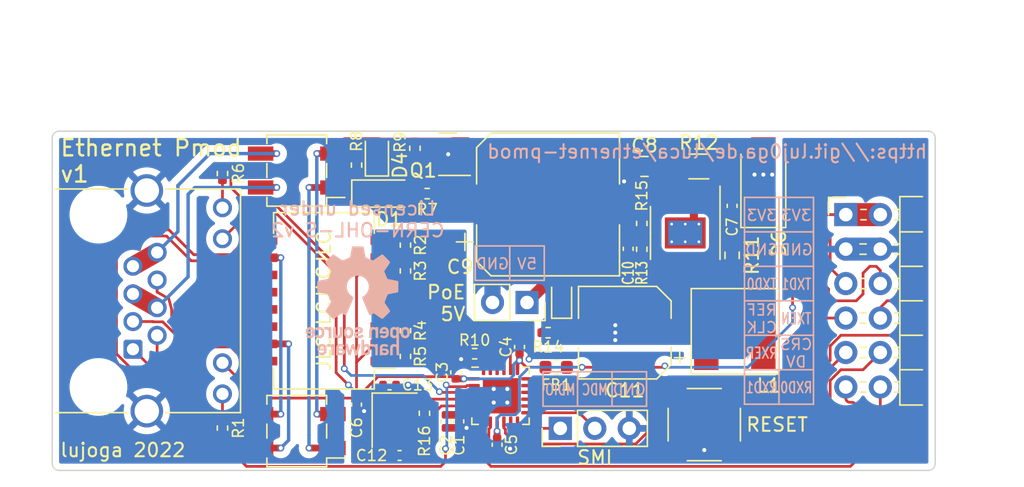
<source format=kicad_pcb>
(kicad_pcb (version 20211014) (generator pcbnew)

  (general
    (thickness 1.6)
  )

  (paper "A4")
  (layers
    (0 "F.Cu" signal)
    (31 "B.Cu" signal)
    (32 "B.Adhes" user "B.Adhesive")
    (33 "F.Adhes" user "F.Adhesive")
    (34 "B.Paste" user)
    (35 "F.Paste" user)
    (36 "B.SilkS" user "B.Silkscreen")
    (37 "F.SilkS" user "F.Silkscreen")
    (38 "B.Mask" user)
    (39 "F.Mask" user)
    (40 "Dwgs.User" user "User.Drawings")
    (41 "Cmts.User" user "User.Comments")
    (42 "Eco1.User" user "User.Eco1")
    (43 "Eco2.User" user "User.Eco2")
    (44 "Edge.Cuts" user)
    (45 "Margin" user)
    (46 "B.CrtYd" user "B.Courtyard")
    (47 "F.CrtYd" user "F.Courtyard")
    (48 "B.Fab" user)
    (49 "F.Fab" user)
    (50 "User.1" user)
    (51 "User.2" user)
    (52 "User.3" user)
    (53 "User.4" user)
    (54 "User.5" user)
    (55 "User.6" user)
    (56 "User.7" user)
    (57 "User.8" user)
    (58 "User.9" user)
  )

  (setup
    (stackup
      (layer "F.SilkS" (type "Top Silk Screen") (color "White"))
      (layer "F.Paste" (type "Top Solder Paste"))
      (layer "F.Mask" (type "Top Solder Mask") (color "Black") (thickness 0.01))
      (layer "F.Cu" (type "copper") (thickness 0.035))
      (layer "dielectric 1" (type "core") (thickness 1.51) (material "FR4") (epsilon_r 4.5) (loss_tangent 0.02))
      (layer "B.Cu" (type "copper") (thickness 0.035))
      (layer "B.Mask" (type "Bottom Solder Mask") (color "Black") (thickness 0.01))
      (layer "B.Paste" (type "Bottom Solder Paste"))
      (layer "B.SilkS" (type "Bottom Silk Screen") (color "White"))
      (copper_finish "HAL lead-free")
      (dielectric_constraints no)
    )
    (pad_to_mask_clearance 0)
    (pcbplotparams
      (layerselection 0x00010fc_ffffffff)
      (disableapertmacros false)
      (usegerberextensions true)
      (usegerberattributes false)
      (usegerberadvancedattributes false)
      (creategerberjobfile false)
      (svguseinch false)
      (svgprecision 6)
      (excludeedgelayer true)
      (plotframeref false)
      (viasonmask false)
      (mode 1)
      (useauxorigin false)
      (hpglpennumber 1)
      (hpglpenspeed 20)
      (hpglpendiameter 15.000000)
      (dxfpolygonmode true)
      (dxfimperialunits true)
      (dxfusepcbnewfont true)
      (psnegative false)
      (psa4output false)
      (plotreference true)
      (plotvalue false)
      (plotinvisibletext false)
      (sketchpadsonfab false)
      (subtractmaskfromsilk true)
      (outputformat 1)
      (mirror false)
      (drillshape 0)
      (scaleselection 1)
      (outputdirectory "gerber/")
    )
  )

  (net 0 "")
  (net 1 "+1V2")
  (net 2 "GND")
  (net 3 "VDDA")
  (net 4 "+3V3")
  (net 5 "Net-(C7-Pad1)")
  (net 6 "Net-(C7-Pad2)")
  (net 7 "VDC")
  (net 8 "GND1")
  (net 9 "+5V")
  (net 10 "Net-(C10-Pad2)")
  (net 11 "Net-(D1-Pad2)")
  (net 12 "/DC+A")
  (net 13 "Net-(D2-Pad3)")
  (net 14 "/DC-A")
  (net 15 "/DC+B")
  (net 16 "/DC-B")
  (net 17 "Net-(D4-Pad1)")
  (net 18 "Net-(D5-Pad1)")
  (net 19 "/LED2")
  (net 20 "/LED1")
  (net 21 "/RXD1")
  (net 22 "/RXER")
  (net 23 "/REFCLK")
  (net 24 "/TXD0")
  (net 25 "/RXD0")
  (net 26 "/CRS_DV")
  (net 27 "/TXEN")
  (net 28 "/TXD1")
  (net 29 "/MDIO")
  (net 30 "/MDC")
  (net 31 "/TXN")
  (net 32 "/TXP")
  (net 33 "/RXN")
  (net 34 "/RXP")
  (net 35 "Net-(R10-Pad1)")
  (net 36 "Net-(R11-Pad1)")
  (net 37 "Net-(R12-Pad2)")
  (net 38 "Net-(SW1-Pad2)")
  (net 39 "Net-(C12-Pad1)")
  (net 40 "Net-(C13-Pad1)")
  (net 41 "unconnected-(U2-Pad6)")
  (net 42 "unconnected-(U2-Pad7)")
  (net 43 "Net-(R16-Pad2)")
  (net 44 "/RX-")
  (net 45 "/RX+")
  (net 46 "/TX-")
  (net 47 "/TX+")
  (net 48 "Net-(J1-Pad9)")
  (net 49 "Net-(J1-Pad12)")

  (footprint "Capacitor_SMD:C_0402_1005Metric" (layer "F.Cu") (at 142.33 106.2))

  (footprint "Capacitor_SMD:C_0402_1005Metric" (layer "F.Cu") (at 159.9 96.17 90))

  (footprint "Resistor_SMD:R_0603_1608Metric" (layer "F.Cu") (at 167.55 96.65 90))

  (footprint "Resistor_SMD:R_0402_1005Metric" (layer "F.Cu") (at 143.5 104.1 -90))

  (footprint "Connector_PinHeader_2.54mm:PinHeader_1x03_P2.54mm_Vertical" (layer "F.Cu") (at 154.9 109.4 90))

  (footprint "Capacitor_SMD:C_0402_1005Metric" (layer "F.Cu") (at 143.07 111.4 180))

  (footprint "Package_TO_SOT_SMD:SOT-23" (layer "F.Cu") (at 146.6 89.2 180))

  (footprint "Capacitor_SMD:CP_Elec_10x10" (layer "F.Cu") (at 154 92.9))

  (footprint "Connector_PinSocket_2.54mm:PinSocket_1x02_P2.54mm_Vertical" (layer "F.Cu") (at 152.45 100.125 -90))

  (footprint "Capacitor_SMD:C_0402_1005Metric" (layer "F.Cu") (at 147.2 105.27 90))

  (footprint "Capacitor_SMD:CP_Elec_6.3x7.7" (layer "F.Cu") (at 159.65 102.35 180))

  (footprint "Resistor_SMD:R_0402_1005Metric" (layer "F.Cu") (at 148.595 103.9 180))

  (footprint "Diode_SMD:D_SMA" (layer "F.Cu") (at 169.85 91.2 90))

  (footprint "Inductor_SMD:L_0603_1608Metric" (layer "F.Cu") (at 154.6 104.9 180))

  (footprint "Resistor_SMD:R_0402_1005Metric" (layer "F.Cu") (at 130.03 90.62 -90))

  (footprint "Resistor_SMD:R_0402_1005Metric" (layer "F.Cu") (at 143.5 102.2 90))

  (footprint "Capacitor_SMD:C_0402_1005Metric" (layer "F.Cu") (at 139.9 107.65 -90))

  (footprint "Connector_PinHeader_2.54mm:PinHeader_2x06_P2.54mm_Horizontal" (layer "F.Cu") (at 175.92 93.65))

  (footprint "Resistor_SMD:R_0402_1005Metric" (layer "F.Cu") (at 143.5 95.9 90))

  (footprint "LED_SMD:LED_0603_1608Metric" (layer "F.Cu") (at 155 99.8 90))

  (footprint "ethernet-pmod:Diode_Bridge_Diodes_MBF" (layer "F.Cu") (at 135.5 109.6 180))

  (footprint "Resistor_SMD:R_0402_1005Metric" (layer "F.Cu") (at 144.9 108.29 90))

  (footprint "ethernet-pmod:L_Cenker_CKCS60xx" (layer "F.Cu") (at 167.75 102.25 180))

  (footprint "Capacitor_SMD:C_0402_1005Metric" (layer "F.Cu") (at 151.9 103.4 90))

  (footprint "ethernet-pmod:Transformer_Ethernet_HanRun_HY601742" (layer "F.Cu") (at 137.5 100 90))

  (footprint "Resistor_SMD:R_0402_1005Metric" (layer "F.Cu") (at 130.03 109.38 90))

  (footprint "Capacitor_SMD:C_0402_1005Metric" (layer "F.Cu") (at 167.55 93.005 90))

  (footprint "Resistor_SMD:R_0402_1005Metric" (layer "F.Cu") (at 160.9 94.3 90))

  (footprint "Resistor_SMD:R_1206_3216Metric" (layer "F.Cu") (at 165.1 90.1))

  (footprint "Capacitor_SMD:C_0402_1005Metric" (layer "F.Cu") (at 147.43 108.885 -90))

  (footprint "ethernet-pmod:SW_Push_SPST_NO_XKB_TS-1187A-X-X-X" (layer "F.Cu") (at 165.5 109.125 180))

  (footprint "Resistor_SMD:R_0402_1005Metric" (layer "F.Cu") (at 139.9 90 90))

  (footprint "Capacitor_SMD:C_0402_1005Metric" (layer "F.Cu") (at 150.25 110.61 -90))

  (footprint "Diode_SMD:D_SOD-123" (layer "F.Cu") (at 141.8 92.1))

  (footprint "Package_SO:SOIC-8-1EP_3.9x4.9mm_P1.27mm_EP2.29x3mm_ThermalVias" (layer "F.Cu") (at 164.1 95 -90))

  (footprint "Package_DFN_QFN:QFN-24-1EP_4x4mm_P0.5mm_EP2.6x2.6mm" (layer "F.Cu") (at 150.5 107))

  (footprint "Resistor_SMD:R_0402_1005Metric" (layer "F.Cu") (at 144.2 88.76 90))

  (footprint "Diode_SMD:D_SOD-323" (layer "F.Cu") (at 141.4 89.3 90))

  (footprint "ethernet-pmod:RJ45_Ckmtw_R-RJ45R08P-C000" (layer "F.Cu") (at 123.44 103.57 180))

  (footprint "Resistor_SMD:R_0402_1005Metric" (layer "F.Cu") (at 160.9 96.2 90))

  (footprint "ethernet-pmod:Diode_Bridge_Diodes_MBF" (layer "F.Cu") (at 135.5 90.4 180))

  (footprint "Resistor_SMD:R_0402_1005Metric" (layer "F.Cu") (at 145.1 92.1))

  (footprint "Capacitor_SMD:C_0402_1005Metric" (layer "F.Cu") (at 146.48 108.885 -90))

  (footprint "Resistor_SMD:R_0402_1005Metric" (layer "F.Cu") (at 154 102.35))

  (footprint "Capacitor_SMD:C_0805_2012Metric" (layer "F.Cu") (at 161.1 90.1 180))

  (footprint "Crystal:Crystal_SMD_3225-4Pin_3.2x2.5mm" (layer "F.Cu") (at 142.7 108.8 -90))

  (footprint "Resistor_SMD:R_0402_1005Metric" (layer "F.Cu") (at 143.5 97.8 -90))

  (footprint "Symbol:OSHW-Logo_7.5x8mm_SilkScreen" (layer "B.Cu")
    (tedit 0) (tstamp 3f9272a3-6ac0-4f0f-b8ae-183e64e6c72c)
    (at 140 100 180)
    (descr "Open Source Hardware Logo")
    (tags "Logo OSHW")
    (attr exclude_from_pos_files exclude_from_bom)
    (fp_text reference "REF**" (at 0 0) (layer "B.SilkS") hide
      (effects (font (size 1 1) (thickness 0.15)) (justify mirror))
      (tstamp a7ad08bd-a947-4425-beb8-8ba172a2b24d)
    )
    (fp_text value "OSHW-Logo_7.5x8mm_SilkScreen" (at 0.75 0) (layer "B.Fab") hide
      (effects (font (size 1 1) (thickness 0.15)) (justify mirror))
      (tstamp ce5ff905-c04c-4233-a9b5-2bafbe48431f)
    )
    (fp_poly (pts
        (xy -1.839543 -3.198184)
        (xy -1.76093 -3.21916)
        (xy -1.701084 -3.25718)
        (xy -1.658853 -3.306978)
        (xy -1.645725 -3.32823)
        (xy -1.636032 -3.350492)
        (xy -1.629256 -3.37897)
        (xy -1.624877 -3.418871)
        (xy -1.622376 -3.475401)
        (xy -1.621232 -3.553767)
        (xy -1.620928 -3.659176)
        (xy -1.620922 -3.687142)
        (xy -1.620922 -4.010526)
        (xy -1.701132 -4.010526)
        (xy -1.752294 -4.006943)
        (xy -1.790123 -3.997866)
        (xy -1.799601 -3.992268)
        (xy -1.825512 -3.982606)
        (xy -1.851976 -3.992268)
        (xy -1.895548 -4.00433)
        (xy -1.95884 -4.009185)
        (xy -2.02899 -4.007078)
        (xy -2.09314 -3.998256)
        (xy -2.130593 -3.986937)
        (xy -2.203067 -3.940412)
        (xy -2.24836 -3.875846)
        (xy -2.268722 -3.79)
        (xy -2.268912 -3.787796)
        (xy -2.267125 -3.749713)
        (xy -2.105527 -3.749713)
        (xy -2.091399 -3.79303)
        (xy -2.068388 -3.817408)
        (xy -2.022196 -3.835845)
        (xy -1.961225 -3.843205)
        (xy -1.899051 -3.839583)
        (xy -1.849249 -3.825074)
        (xy -1.835297 -3.815765)
        (xy -1.810915 -3.772753)
        (xy -1.804737 -3.723857)
        (xy -1.804737 -3.659605)
        (xy -1.897182 -3.659605)
        (xy -1.985005 -3.666366)
        (xy -2.051582 -3.68552)
        (xy -2.092998 -3.715376)
        (xy -2.105527 -3.749713)
        (xy -2.267125 -3.749713)
        (xy -2.26451 -3.694004)
        (xy -2.233576 -3.619847)
        (xy -2.175419 -3.563767)
        (xy -2.16738 -3.558665)
        (xy -2.132837 -3.542055)
        (xy -2.090082 -3.531996)
        (xy -2.030314 -3.527107)
        (xy -1.95931 -3.525983)
        (xy -1.804737 -3.525921)
        (xy -1.804737 -3.461125)
        (xy -1.811294 -3.41085)
        (xy -1.828025 -3.377169)
        (xy -1.829984 -3.375376)
        (xy -1.867217 -3.360642)
        (xy -1.92342 -3.354931)
        (xy -1.985533 -3.357737)
        (xy -2.04049 -3.368556)
        (xy -2.073101 -3.384782)
        (xy -2.090772 -3.39778)
        (xy -2.109431 -3.400262)
        (xy -2.135181 -3.389613)
        (xy -2.174127 -3.363218)
        (xy -2.23237 -3.318465)
        (xy -2.237716 -3.314273)
        (xy -2.234977 -3.29876)
        (xy -2.212124 -3.27296)
        (xy -2.177391 -3.244289)
        (xy -2.13901 -3.220166)
        (xy -2.126952 -3.21447)
        (xy -2.082966 -3.203103)
        (xy -2.018513 -3.194995)
        (xy -1.946503 -3.191743)
        (xy -1.943136 -3.191736)
        (xy -1.839543 -3.198184)
      ) (layer "B.SilkS") (width 0.01) (fill solid) (tstamp 0fe1badd-2412-4cb7-bf21-59ed6ea62d65))
    (fp_poly (pts
        (xy 2.173167 -3.191447)
        (xy 2.237408 -3.204112)
        (xy 2.27398 -3.222864)
        (xy 2.312453 -3.254017)
        (xy 2.257717 -3.323127)
        (xy 2.223969 -3.364979)
        (xy 2.201053 -3.385398)
        (xy 2.178279 -3.388517)
        (xy 2.144956 -3.378472)
        (xy 2.129314 -3.372789)
        (xy 2.065542 -3.364404)
        (xy 2.00714 -3.382378)
        (xy 1.964264 -3.422982)
        (xy 1.957299 -3.435929)
        (xy 1.949713 -3.470224)
        (xy 1.943859 -3.533427)
        (xy 1.940011 -3.62106)
        (xy 1.938443 -3.72864)
        (xy 1.938421 -3.743944)
        (xy 1.938421 -4.010526)
        (xy 1.754605 -4.010526)
        (xy 1.754605 -3.19171)
        (xy 1.846513 -3.19171)
        (xy 1.899507 -3.193094)
        (xy 1.927115 -3.199252)
        (xy 1.937324 -3.213194)
        (xy 1.938421 -3.226344)
        (xy 1.938421 -3.260978)
        (xy 1.98245 -3.226344)
        (xy 2.032937 -3.202716)
        (xy 2.10076 -3.191033)
        (xy 2.173167 -3.191447)
      ) (layer "B.SilkS") (width 0.01) (fill solid) (tstamp 15dc14a1-359c-4e7d-8583-70932743b880))
    (fp_poly (pts
        (xy 3.558784 -1.935554)
        (xy 3.601574 -1.945949)
        (xy 3.683609 -1.984013)
        (xy 3.753757 -2.042149)
        (xy 3.802305 -2.111852)
        (xy 3.808975 -2.127502)
        (xy 3.818124 -2.168496)
        (xy 3.824529 -2.229138)
        (xy 3.82671 -2.29043)
        (xy 3.82671 -2.406316)
        (xy 3.584407 -2.406316)
        (xy 3.484471 -2.406693)
        (xy 3.414069 -2.408987)
        (xy 3.369313 -2.414938)
        (xy 3.346315 -2.426285)
        (xy 3.341189 -2.444771)
        (xy 3.350048 -2.472136)
        (xy 3.365917 -2.504155)
        (xy 3.410184 -2.557592)
        (xy 3.471699 -2.584215)
        (xy 3.546885 -2.583347)
        (xy 3.632053 -2.554371)
        (xy 3.705659 -2.518611)
        (xy 3.766734 -2.566904)
        (xy 3.82781 -2.615197)
        (xy 3.770351 -2.668285)
        (xy 3.693641 -2.718445)
        (xy 3.599302 -2.748688)
        (xy 3.497827 -2.757151)
        (xy 3.399711 -2.741974)
        (xy 3.383881 -2.736824)
        (xy 3.297647 -2.691791)
        (xy 3.233501 -2.624652)
        (xy 3.190091 -2.533405)
        (xy 3.166064 -2.416044)
        (xy 3.165784 -2.413529)
        (xy 3.163633 -2.285627)
        (xy 3.172329 -2.239997)
        (xy 3.342105 -2.239997)
        (xy 3.357697 -2.247013)
        (xy 3.400029 -2.252388)
        (xy 3.462434 -2.255457)
        (xy 3.501981 -2.255921)
        (xy 3.575728 -2.25563)
        (xy 3.62184 -2.253783)
        (xy 3.6461 -2.248912)
        (xy 3.654294 -2.239555)
        (xy 3.652206 -2.224245)
        (xy 3.650455 -2.218322)
        (xy 3.62056 -2.162668)
        (xy 3.573542 -2.117815)
        (xy 3.532049 -2.098105)
        (xy 3.476926 -2.099295)
        (xy 3.421068 -2.123875)
        (xy 3.374212 -2.16457)
        (xy 3.346094 -2.214108)
        (xy 3.342105 -2.239997)
        (xy 3.172329 -2.239997)
        (xy 3.185074 -2.173133)
        (xy 3.227611 -2.078727)
        (xy 3.288747 -2.005088)
        (xy 3.365985 -1.954893)
        (xy 3.45683 -1.930822)
        (xy 3.558784 -1.935554)
      ) (layer "B.SilkS") (width 0.01) (fill solid) (tstamp 17438c7e-8e23-4d3e-b326-7cce4ccf52fd))
    (fp_poly (pts
        (xy -2.53664 -1.952468)
        (xy -2.501408 -1.969874)
        (xy -2.45796 -2.000206)
        (xy -2.426294 -2.033283)
        (xy -2.404606 -2.074817)
        (xy -2.391097 -2.130522)
        (xy -2.383962 -2.206111)
        (xy -2.3814 -2.307296)
        (xy -2.38125 -2.350797)
        (xy -2.381688 -2.446135)
        (xy -2.383504 -2.514271)
        (xy -2.387455 -2.561418)
        (xy -2.394298 -2.59379)
        (xy -2.404789 -2.6176)
        (xy -2.415704 -2.633843)
        (xy -2.485381 -2.702952)
        (xy -2.567434 -2.744521)
        (xy -2.65595 -2.757023)
        (xy -2.745019 -2.738934)
        (xy -2.773237 -2.726142)
        (xy -2.84079 -2.690931)
        (xy -2.84079 -3.2427)
        (xy -2.791488 -3.217205)
        (xy -2.726527 -3.19748)
        (xy -2.64668 -3.192427)
        (xy -2.566948 -3.201756)
        (xy -2.506735 -3.222714)
        (xy -2.456792 -3.262627)
        (xy -2.414119 -3.319741)
        (xy -2.41091 -3.325605)
        (xy -2.397378 -3.353227)
        (xy -2.387495 -3.381068)
        (xy -2.380691 -3.414794)
        (xy -2.376399 -3.460071)
        (xy -2.374049 -3.522562)
        (xy -2.373072 -3.607935)
        (xy -2.372895 -3.70401)
        (xy -2.372895 -4.010526)
        (xy -2.556711 -4.010526)
        (xy -2.556711 -3.445339)
        (xy -2.608125 -3.402077)
        (xy -2.661534 -3.367472)
        (xy -2.712112 -3.36118)
        (xy -2.76297 -3.377372)
        (xy -2.790075 -3.393227)
        (xy -2.810249 -3.41581)
        (xy -2.824597 -3.44994)
        (xy -2.834224 -3.500434)
        (xy -2.840237 -3.572111)
        (xy -2.84374 -3.669788)
        (xy -2.844974 -3.734802)
        (xy -2.849145 -4.002171)
        (xy -2.936875 -4.007222)
        (xy -3.024606 -4.012273)
        (xy -3.024606 -2.353101)
        (xy -2.84079 -2.353101)
        (xy -2.836104 -2.4456)
        (xy -2.820312 -2.509809)
        (xy -2.790817 -2.549759)
        (xy -2.74502 -2.56948)
        (xy -2.69875 -2.573421)
        (xy -2.646372 -2.568892)
        (xy -2.61161 -2.551069)
        (xy -2.589872 -2.527519)
        (xy -2.57276 -2.502189)
        (xy -2.562573 -2.473969)
        (xy -2.55804 -2.434431)
        (xy -2.557891 -2.375142)
        (xy -2.559416 -2.325498)
        (xy -2.562919 -2.25071)
        (xy -2.568133 -2.201611)
        (xy -2.576913 -2.170467)
        (xy -2.591114 -2.149545)
        (xy -2.604516 -2.137452)
        (xy -2.660513 -2.111081)
        (xy -2.726789 -2.106822)
        (xy -2.764844 -2.115906)
        (xy -2.802523 -2.148196)
        (xy -2.827481 -2.211006)
        (xy -2.839578 -2.303894)
        (xy -2.84079 -2.353101)
        (xy -3.024606 -2.353101)
        (xy -3.024606 -1.938421)
        (xy -2.932698 -1.938421)
        (xy -2.877517 -1.940603)
        (xy -2.849048 -1.948351)
        (xy -2.840794 -1.963468)
        (xy -2.84079 -1.963916)
        (xy -2.83696 -1.97872)
        (xy -2.820067 -1.977039)
        (xy -2.786481 -1.960772)
        (xy -2.708222 -1.935887)
        (xy -2.620173 -1.933271)
        (xy -2.53664 -1.952468)
      ) (layer "B.SilkS") (width 0.01) (fill solid) (tstamp 177a1c09-98ef-480f-a8e8-2373a7c0cd32))
    (fp_poly (pts
        (xy 0.37413 -3.195104)
        (xy 0.44022 -3.200066)
        (xy 0.526626 -3.459079)
        (xy 0.613031 -3.718092)
        (xy 0.640124 -3.626184)
        (xy 0.656428 -3.569384)
        (xy 0.677875 -3.492625)
        (xy 0.701035 -3.408251)
        (xy 0.71328 -3.362993)
        (xy 0.759344 -3.19171)
        (xy 0.949387 -3.19171)
        (xy 0.892582 -3.371349)
        (xy 0.864607 -3.459704)
        (xy 0.830813 -3.566281)
        (xy 0.79552 -3.677454)
        (xy 0.764013 -3.776579)
        (xy 0.69225 -4.002171)
        (xy 0.537286 -4.012253)
        (xy 0.49527 -3.873528)
        (xy 0.469359 -3.787351)
        (xy 0.441083 -3.692347)
        (xy 0.416369 -3.608441)
        (xy 0.415394 -3.605102)
        (xy 0.396935 -3.548248)
        (xy 0.380649 -3.509456)
        (xy 0.369242 -3.494787)
        (xy 0.366898 -3.496483)
        (xy 0.358671 -3.519225)
        (xy 0.343038 -3.56794)
        (xy 0.321904 -3.636502)
        (xy 0.29717 -3.718785)
        (xy 0.283787 -3.764046)
        (xy 0.211311 -4.010526)
        (xy 0.057495 -4.010526)
        (xy -0.065469 -3.622006)
        (xy -0.100012 -3.513022)
        (xy -0.131479 -3.414048)
        (xy -0.158384 -3.329736)
        (xy -0.179241 -3.264734)
        (xy -0.192562 -3.223692)
        (xy -0.196612 -3.211701)
        (xy -0.193406 -3.199423)
        (xy -0.168235 -3.194046)
        (xy -0.115854 -3.194584)
        (xy -0.107655 -3.19499)
        (xy -0.010518 -3.200066)
        (xy 0.0531 -3.434013)
        (xy 0.076484 -3.519333)
        (xy 0.097381 -3.594335)
        (xy 0.113951 -3.652507)
        (xy 0.124354 -3.687337)
        (xy 0.126276 -3.693016)
        (xy 0.134241 -3.686486)
        (xy 0.150304 -3.652654)
        (xy 0.172621 -3.596127)
        (xy 0.199345 -3.52151)
        (xy 0.221937 -3.454107)
        (xy 0.308041 -3.190143)
        (xy 0.37413 -3.195104)
      ) (layer "B.SilkS") (width 0.01) (fill solid) (tstamp 1e744256-3db4-4fae-95bb-be609bac18a7))
    (fp_poly (pts
        (xy 2.946576 -1.945419)
        (xy 3.043395 -1.986549)
        (xy 3.07389 -2.006571)
        (xy 3.112865 -2.03734)
        (xy 3.137331 -2.061533)
        (xy 3.141578 -2.069413)
        (xy 3.129584 -2.086899)
        (xy 3.098887 -2.11657)
        (xy 3.074312 -2.137279)
        (xy 3.007046 -2.191336)
        (xy 2.95393 -2.146642)
        (xy 2.912884 -2.117789)
        (xy 2.872863 -2.107829)
        (xy 2.827059 -2.110261)
        (xy 2.754324 -2.128345)
        (xy 2.704256 -2.165881)
        (xy 2.673829 -2.226562)
        (xy 2.660017 -2.314081)
        (xy 2.660013 -2.314136)
        (xy 2.661208 -2.411958)
        (xy 2.679772 -2.48373)
        (xy 2.716804 -2.532595)
        (xy 2.74205 -2.549143)
        (xy 2.809097 -2.569749)
        (xy 2.880709 -2.569762)
        (xy 2.943015 -2.549768)
        (xy 2.957763 -2.54)
        (xy 2.99475 -2.515047)
        (xy 3.023668 -2.510958)
        (xy 3.054856 -2.52953)
        (xy 3.089336 -2.562887)
        (xy 3.143912 -2.619196)
        (xy 3.083318 -2.669142)
        (xy 2.989698 -2.725513)
        (xy 2.884125 -2.753293)
        (xy 2.773798 -2.751282)
        (xy 2.701343 -2.732862)
        (xy 2.616656 -2.68731)
        (xy 2.548927 -2.61565)
        (xy 2.518157 -2.565066)
        (xy 2.493236 -2.492488)
        (xy 2.480766 -2.400569)
        (xy 2.48067 -2.300948)
        (xy 2.49287 -2.205267)
        (xy 2.51729 -2.125169)
        (xy 2.521136 -2.116956)
        (xy 2.578093 -2.036413)
        (xy 2.655209 -1.977771)
        (xy 2.74639 -1.942247)
        (xy 2.845543 -1.931057)
        (xy 2.946576 -1.945419)
      ) (layer "B.SilkS") (width 0.01) (fill solid) (tstamp 24fd1489-409c-43f1-88c1-a0c8f9c2d1dd))
    (fp_poly (pts
        (xy -3.373216 -1.947104)
        (xy -3.285795 -1.985754)
        (xy -3.21943 -2.05029)
        (xy -3.174024 -2.140812)
        (xy -3.149482 -2.257418)
        (xy -3.147723 -2.275624)
        (xy -3.146344 -2.403984)
        (xy -3.164216 -2.516496)
        (xy -3.20025 -2.607688)
        (xy -3.219545 -2.63
... [224717 chars truncated]
</source>
